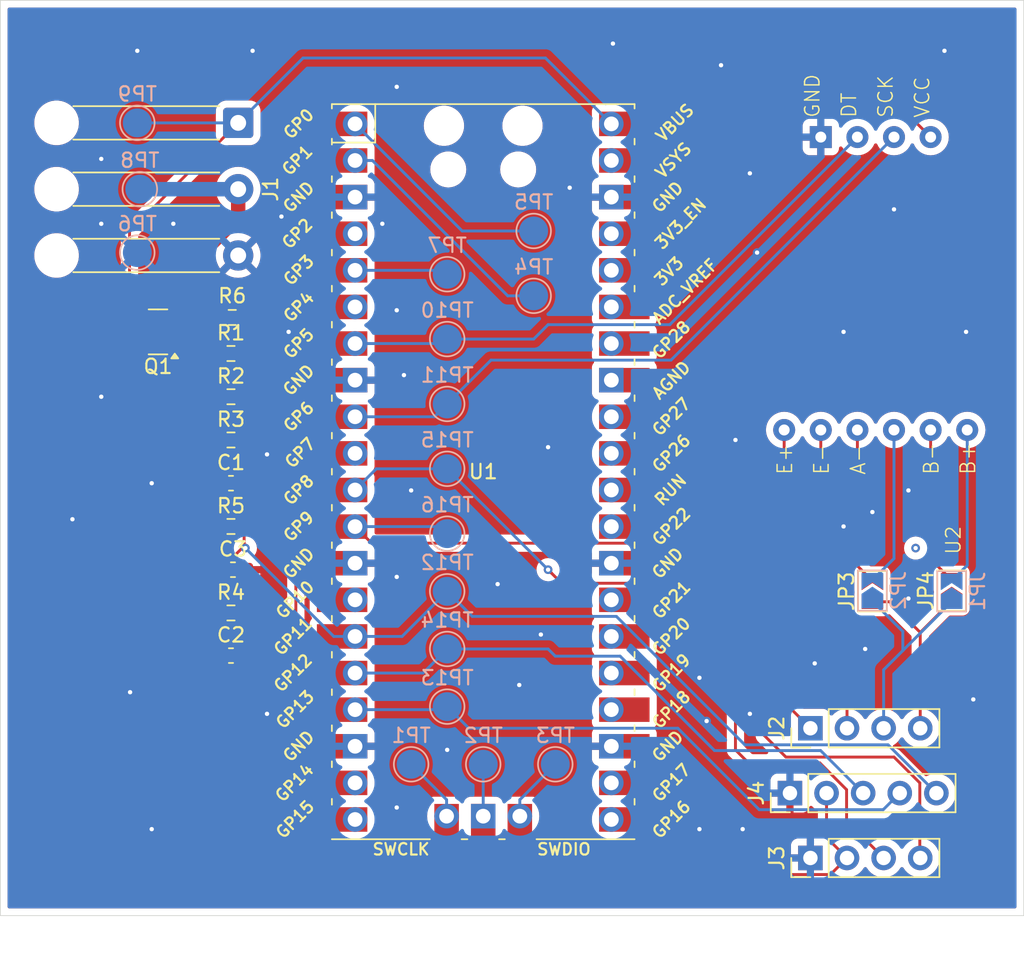
<source format=kicad_pcb>
(kicad_pcb (version 20240108) (generator "pcbnew") (generator_version "8.0")
  (layers (0 "F.Cu" signal) (31 "B.Cu" signal) (34 "B.Paste" user) (35 "F.Paste" user) (36 "B.SilkS" user "B.Silkscreen") (37 "F.SilkS" user "F.Silkscreen") (38 "B.Mask" user) (39 "F.Mask" user) (44 "Edge.Cuts" user))
  (net 0 "")
  (net 1 "GND")
  (net 2 "/Relay")
  (net 4 "Net-(J2-Pin_2)")
  (net 5 "Net-(J2-Pin_4)")
  (net 8 "/LCD_SCL")
  (net 9 "Net-(Q1-B)")
  (net 10 "Net-(U1-SWCLK)")
  (net 14 "Net-(TP2-Pad1)")
  (net 15 "/LCD_SDA")
  (net 26 "/encoder_a")
  (net 27 "Net-(U1-SWDIO)")
  (net 29 "/encoder_button")
  (net 30 "/encoder_b")
  (net 33 "/Relay_3.3")
  (net 37 "Net-(U1-GPIO1)")
  (net 38 "+5V")
  (net 39 "Net-(J2-Pin_1)")
  (net 40 "Net-(J2-Pin_3)")
  (net 41 "Net-(JP1-B)")
  (net 42 "Net-(JP2-B)")
  (net 43 "Net-(JP3-B)")
  (net 44 "Net-(JP4-B)")
  (net 45 "Net-(U1-GPIO0)")
  (net 46 "/HX{slash}11_DT")
  (net 47 "/HX711_SCK")
  (footprint "Capacitor_SMD:C_0603_1608Metric_Pad1.08x0.95mm_HandSolder" (layer "F.Cu") (at 91.6375 76)
    (property "Reference" "C3" (at 0 -1.43 0) (layer "F.SilkS"))
    (property "Value" "100n")
    (pad "1" smd roundrect (at -0.8625 0) (size 1.075 0.95) (layers "F.Cu" "F.Paste" "F.Mask") (net 29 "/encoder_button"))
    (pad "2" smd roundrect (at 0.8625 0) (size 1.075 0.95) (layers "F.Cu" "F.Paste" "F.Mask") (net 1 "GND"))
  )
  (footprint "Resistor_SMD:R_0603_1608Metric_Pad0.98x0.95mm_HandSolder" (layer "F.Cu") (at 91.5 67)
    (property "Reference" "R3" (at 0 -1.43 0) (layer "F.SilkS"))
    (property "Value" "3.3k")
    (pad "1" smd roundrect (at -0.9125 0) (size 0.975 0.95) (layers "F.Cu" "F.Paste" "F.Mask") (net 38 "+5V"))
    (pad "2" smd roundrect (at 0.9125 0) (size 0.975 0.95) (layers "F.Cu" "F.Paste" "F.Mask") (net 26 "/encoder_a"))
  )
  (footprint "Jumper:SolderJumper-2_P1.3mm_Open_TrianglePad1.0x1.5mm" (layer "F.Cu") (at 136 77.5 90)
    (property "Reference" "JP3" (at 0 -1.8 -90) (layer "F.SilkS"))
    (property "Value" "SolderJumper_2_Open")
    (pad "1" smd custom (at -0.725 0 90) (size 0.3 0.3) (layers "F.Cu" "F.Mask") (net 5 "Net-(J2-Pin_4)") (options (clearance outline) (anchor rect)) (primitives (gr_poly (pts (xy 1 0) (xy 0.5 0.75) (xy -0.5 0.75) (xy -0.5 -0.75) (xy 0.5 -0.75)) (width 0) (fill yes))))
    (pad "2" smd custom (at 0.725 0 90) (size 0.3 0.3) (layers "F.Cu" "F.Mask") (net 43 "Net-(JP3-B)") (options (clearance outline) (anchor rect)) (primitives (gr_poly (pts (xy 0.5 0.75) (xy -0.65 0.75) (xy -0.15 0) (xy -0.65 -0.75) (xy 0.5 -0.75)) (width 0) (fill yes))))
  )
  (footprint "Resistor_SMD:R_0603_1608Metric_Pad0.98x0.95mm_HandSolder" (layer "F.Cu") (at 91.5 61)
    (property "Reference" "R1" (at 0 -1.43 0) (layer "F.SilkS"))
    (property "Value" "3.3k" (hide yes))
    (pad "1" smd roundrect (at -0.9125 0) (size 0.975 0.95) (layers "F.Cu" "F.Paste" "F.Mask") (net 38 "+5V"))
    (pad "2" smd roundrect (at 0.9125 0) (size 0.975 0.95) (layers "F.Cu" "F.Paste" "F.Mask") (net 15 "/LCD_SDA"))
  )
  (footprint "MCU_RaspberryPi_and_Boards:RPi_Pico_SMD_TH" (layer "F.Cu") (at 109 69.2)
    (property "Reference" "U1" (at 0 0 0) (layer "F.SilkS"))
    (property "Value" "Pico")
    (fp_text user "GP0" (at -12.8 -24.13 45) (layer "F.SilkS") (effects (font (size 0.8 0.8))))
    (fp_text user "GP18" (at 13.054 16.51 45) (layer "F.SilkS") (effects (font (size 0.8 0.8))))
    (fp_text user "GND" (at -12.8 -19.05 45) (layer "F.SilkS") (effects (font (size 0.8 0.8))))
    (fp_text user "GP7" (at -12.7 -1.3 45) (layer "F.SilkS") (effects (font (size 0.8 0.8))))
    (fp_text user "GP17" (at 13.054 21.59 45) (layer "F.SilkS") (effects (font (size 0.8 0.8))))
    (fp_text user "GP19" (at 13.054 13.97 45) (layer "F.SilkS") (effects (font (size 0.8 0.8))))
    (fp_text user "GP26" (at 13.054 -1.27 45) (layer "F.SilkS") (effects (font (size 0.8 0.8))))
    (fp_text user "SWCLK" (at -5.7 26.2 0) (layer "F.SilkS") (effects (font (size 0.8 0.8))))
    (fp_text user "GND" (at -12.8 -6.35 45) (layer "F.SilkS") (effects (font (size 0.8 0.8))))
    (fp_text user "GND" (at 12.8 19.05 45) (layer "F.SilkS") (effects (font (size 0.8 0.8))))
    (fp_text user "GP21" (at 13.054 8.9 45) (layer "F.SilkS") (effects (font (size 0.8 0.8))))
    (fp_text user "GP6" (at -12.8 -3.81 45) (layer "F.SilkS") (effects (font (size 0.8 0.8))))
    (fp_text user "GND" (at 12.8 6.35 45) (layer "F.SilkS") (effects (font (size 0.8 0.8))))
    (fp_text user "GP20" (at 13.054 11.43 45) (layer "F.SilkS") (effects (font (size 0.8 0.8))))
    (fp_text user "GP5" (at -12.8 -8.89 45) (layer "F.SilkS") (effects (font (size 0.8 0.8))))
    (fp_text user "GP27" (at 13.054 -3.8 45) (layer "F.SilkS") (effects (font (size 0.8 0.8))))
    (fp_text user "GP9" (at -12.8 3.81 45) (layer "F.SilkS") (effects (font (size 0.8 0.8))))
    (fp_text user "GP10" (at -13.054 8.89 45) (layer "F.SilkS") (effects (font (size 0.8 0.8))))
    (fp_text user "GP28" (at 13.054 -9.144 45) (layer "F.SilkS") (effects (font (size 0.8 0.8))))
    (fp_text user "3V3_EN" (at 13.7 -17.2 45) (layer "F.SilkS") (effects (font (size 0.8 0.8))))
    (fp_text user "VSYS" (at 13.2 -21.59 45) (layer "F.SilkS") (effects (font (size 0.8 0.8))))
    (fp_text user "RUN" (at 13 1.27 45) (layer "F.SilkS") (effects (font (size 0.8 0.8))))
    (fp_text user "AGND" (at 13.054 -6.35 45) (layer "F.SilkS") (effects (font (size 0.8 0.8))))
    (fp_text user "GP11" (at -13.2 11.43 45) (layer "F.SilkS") (effects (font (size 0.8 0.8))))
    (fp_text user "GP8" (at -12.8 1.27 45) (layer "F.SilkS") (effects (font (size 0.8 0.8))))
    (fp_text user "GP15" (at -13.054 24.13 45) (layer "F.SilkS") (effects (font (size 0.8 0.8))))
    (fp_text user "ADC_VREF" (at 14 -12.5 45) (layer "F.SilkS") (effects (font (size 0.8 0.8))))
    (fp_text user "GP2" (at -12.9 -16.51 45) (layer "F.SilkS") (effects (font (size 0.8 0.8))))
    (fp_text user "GP4" (at -12.8 -11.43 45) (layer "F.SilkS") (effects (font (size 0.8 0.8))))
    (fp_text user "GND" (at -12.8 6.35 45) (layer "F.SilkS") (effects (font (size 0.8 0.8))))
    (fp_text user "GP3" (at -12.8 -13.97 45) (layer "F.SilkS") (effects (font (size 0.8 0.8))))
    (fp_text user "GP14" (at -13.1 21.59 45) (layer "F.SilkS") (effects (font (size 0.8 0.8))))
    (fp_text user "GND" (at -12.8 19.05 45) (layer "F.SilkS") (effects (font (size 0.8 0.8))))
    (fp_text user "SWDIO" (at 5.6 26.2 0) (layer "F.SilkS") (effects (font (size 0.8 0.8))))
    (fp_text user "GP22" (at 13.054 3.81 45) (layer "F.SilkS") (effects (font (size 0.8 0.8))))
    (fp_text user "GP13" (at -13.054 16.51 45) (layer "F.SilkS") (effects (font (size 0.8 0.8))))
    (fp_text user "GP16" (at 13.054 24.13 45) (layer "F.SilkS") (effects (font (size 0.8 0.8))))
    (fp_text user "GP1" (at -12.9 -21.6 45) (layer "F.SilkS") (effects (font (size 0.8 0.8))))
    (fp_text user "VBUS" (at 13.3 -24.2 45) (layer "F.SilkS") (effects (font (size 0.8 0.8))))
    (fp_text user "GP12" (at -13.2 13.97 45) (layer "F.SilkS") (effects (font (size 0.8 0.8))))
    (fp_text user "GND" (at 12.8 -19.05 45) (layer "F.SilkS") (effects (font (size 0.8 0.8))))
    (fp_text user "3V3" (at 12.9 -13.9 45) (layer "F.SilkS") (effects (font (size 0.8 0.8))))
    (pad "" np_thru_hole oval (at -2.725 -24) (size 1.8 1.8) (drill 1.8) (layers "*.Cu" "*.Mask"))
    (pad "" np_thru_hole oval (at -2.425 -20.97) (size 1.5 1.5) (drill 1.5) (layers "*.Cu" "*.Mask"))
    (pad "" np_thru_hole oval (at 2.425 -20.97) (size 1.5 1.5) (drill 1.5) (layers "*.Cu" "*.Mask"))
    (pad "" np_thru_hole oval (at 2.725 -24) (size 1.8 1.8) (drill 1.8) (layers "*.Cu" "*.Mask"))
    (pad "1" thru_hole oval (at -8.89 -24.13) (size 1.7 1.7) (drill 1.02) (layers "*.Cu" "*.Mask") (net 45 "Net-(U1-GPIO0)"))
    (pad "1" smd rect (at -8.89 -24.13) (size 3.5 1.7) (drill (offset -0.9 0)) (layers "F.Cu" "F.Mask") (net 45 "Net-(U1-GPIO0)"))
    (pad "2" thru_hole oval (at -8.89 -21.59) (size 1.7 1.7) (drill 1.02) (layers "*.Cu" "*.Mask") (net 37 "Net-(U1-GPIO1)"))
    (pad "2" smd rect (at -8.89 -21.59) (size 3.5 1.7) (drill (offset -0.9 0)) (layers "F.Cu" "F.Mask") (net 37 "Net-(U1-GPIO1)"))
    (pad "3" thru_hole rect (at -8.89 -19.05) (size 1.7 1.7) (drill 1.02) (layers "*.Cu" "*.Mask") (net 1 "GND"))
    (pad "3" smd rect (at -8.89 -19.05) (size 3.5 1.7) (drill (offset -0.9 0)) (layers "F.Cu" "F.Mask") (net 1 "GND"))
    (pad "4" thru_hole oval (at -8.89 -16.51) (size 1.7 1.7) (drill 1.02) (layers "*.Cu" "*.Mask"))
    (pad "4" smd rect (at -8.89 -16.51) (size 3.5 1.7) (drill (offset -0.9 0)) (layers "F.Cu" "F.Mask"))
    (pad "5" thru_hole oval (at -8.89 -13.97) (size 1.7 1.7) (drill 1.02) (layers "*.Cu" "*.Mask") (net 33 "/Relay_3.3"))
    (pad "5" smd rect (at -8.89 -13.97) (size 3.5 1.7) (drill (offset -0.9 0)) (layers "F.Cu" "F.Mask") (net 33 "/Relay_3.3"))
    (pad "6" thru_hole oval (at -8.89 -11.43) (size 1.7 1.7) (drill 1.02) (layers "*.Cu" "*.Mask"))
    (pad "6" smd rect (at -8.89 -11.43) (size 3.5 1.7) (drill (offset -0.9 0)) (layers "F.Cu" "F.Mask"))
    (pad "7" thru_hole oval (at -8.89 -8.89) (size 1.7 1.7) (drill 1.02) (layers "*.Cu" "*.Mask") (net 46 "/HX{slash}11_DT"))
    (pad "7" smd rect (at -8.89 -8.89) (size 3.5 1.7) (drill (offset -0.9 0)) (layers "F.Cu" "F.Mask") (net 46 "/HX{slash}11_DT"))
    (pad "8" thru_hole rect (at -8.89 -6.35) (size 1.7 1.7) (drill 1.02) (layers "*.Cu" "*.Mask") (net 1 "GND"))
    (pad "8" smd rect (at -8.89 -6.35) (size 3.5 1.7) (drill (offset -0.9 0)) (layers "F.Cu" "F.Mask") (net 1 "GND"))
    (pad "9" thru_hole oval (at -8.89 -3.81) (size 1.7 1.7) (drill 1.02) (layers "*.Cu" "*.Mask") (net 47 "/HX711_SCK"))
    (pad "9" smd rect (at -8.89 -3.81) (size 3.5 1.7) (drill (offset -0.9 0)) (layers "F.Cu" "F.Mask") (net 47 "/HX711_SCK"))
    (pad "10" thru_hole oval (at -8.89 -1.27) (size 1.7 1.7) (drill 1.02) (layers "*.Cu" "*.Mask"))
    (pad "10" smd rect (at -8.89 -1.27) (size 3.5 1.7) (drill (offset -0.9 0)) (layers "F.Cu" "F.Mask"))
    (pad "11" thru_hole oval (at -8.89 1.27) (size 1.7 1.7) (drill 1.02) (layers "*.Cu" "*.Mask") (net 15 "/LCD_SDA"))
    (pad "11" smd rect (at -8.89 1.27) (size 3.5 1.7) (drill (offset -0.9 0)) (layers "F.Cu" "F.Mask") (net 15 "/LCD_SDA"))
    (pad "12" thru_hole oval (at -8.89 3.81) (size 1.7 1.7) (drill 1.02) (layers "*.Cu" "*.Mask") (net 8 "/LCD_SCL"))
    (pad "12" smd rect (at -8.89 3.81) (size 3.5 1.7) (drill (offset -0.9 0)) (layers "F.Cu" "F.Mask") (net 8 "/LCD_SCL"))
    (pad "13" thru_hole rect (at -8.89 6.35) (size 1.7 1.7) (drill 1.02) (layers "*.Cu" "*.Mask") (net 1 "GND"))
    (pad "13" smd rect (at -8.89 6.35) (size 3.5 1.7) (drill (offset -0.9 0)) (layers "F.Cu" "F.Mask") (net 1 "GND"))
    (pad "14" thru_hole oval (at -8.89 8.89) (size 1.7 1.7) (drill 1.02) (layers "*.Cu" "*.Mask"))
    (pad "14" smd rect (at -8.89 8.89) (size 3.5 1.7) (drill (offset -0.9 0)) (layers "F.Cu" "F.Mask"))
    (pad "15" thru_hole oval (at -8.89 11.43) (size 1.7 1.7) (drill 1.02) (layers "*.Cu" "*.Mask") (net 29 "/encoder_button"))
    (pad "15" smd rect (at -8.89 11.43) (size 3.5 1.7) (drill (offset -0.9 0)) (layers "F.Cu" "F.Mask") (net 29 "/encoder_button"))
    (pad "16" thru_hole oval (at -8.89 13.97) (size 1.7 1.7) (drill 1.02) (layers "*.Cu" "*.Mask") (net 26 "/encoder_a"))
    (pad "16" smd rect (at -8.89 13.97) (size 3.5 1.7) (drill (offset -0.9 0)) (layers "F.Cu" "F.Mask") (net 26 "/encoder_a"))
    (pad "17" thru_hole oval (at -8.89 16.51) (size 1.7 1.7) (drill 1.02) (layers "*.Cu" "*.Mask") (net 30 "/encoder_b"))
    (pad "17" smd rect (at -8.89 16.51) (size 3.5 1.7) (drill (offset -0.9 0)) (layers "F.Cu" "F.Mask") (net 30 "/encoder_b"))
    (pad "18" thru_hole rect (at -8.89 19.05) (size 1.7 1.7) (drill 1.02) (layers "*.Cu" "*.Mask") (net 1 "GND"))
    (pad "18" smd rect (at -8.89 19.05) (size 3.5 1.7) (drill (offset -0.9 0)) (layers "F.Cu" "F.Mask") (net 1 "GND"))
    (pad "19" thru_hole oval (at -8.89 21.59) (size 1.7 1.7) (drill 1.02) (layers "*.Cu" "*.Mask"))
    (pad "19" smd rect (at -8.89 21.59) (size 3.5 1.7) (drill (offset -0.9 0)) (layers "F.Cu" "F.Mask"))
    (pad "20" thru_hole oval (at -8.89 24.13) (size 1.7 1.7) (drill 1.02) (layers "*.Cu" "*.Mask"))
    (pad "20" smd rect (at -8.89 24.13) (size 3.5 1.7) (drill (offset -0.9 0)) (layers "F.Cu" "F.Mask"))
    (pad "21" thru_hole oval (at 8.89 24.13) (size 1.7 1.7) (drill 1.02) (layers "*.Cu" "*.Mask"))
    (pad "21" smd rect (at 8.89 24.13) (size 3.5 1.7) (drill (offset 0.9 0)) (layers "F.Cu" "F.Mask"))
    (pad "22" thru_hole oval (at 8.89 21.59) (size 1.7 1.7) (drill 1.02) (layers "*.Cu" "*.Mask"))
    (pad "22" smd rect (at 8.89 21.59) (size 3.5 1.7) (drill (offset 0.9 0)) (layers "F.Cu" "F.Mask"))
    (pad "23" thru_hole rect (at 8.89 19.05) (size 1.7 1.7) (drill 1.02) (layers "*.Cu" "*.Mask") (net 1 "GND"))
    (pad "23" smd rect (at 8.89 19.05) (size 3.5 1.7) (drill (offset 0.9 0)) (layers "F.Cu" "F.Mask") (net 1 "GND"))
    (pad "24" thru_hole oval (at 8.89 16.51) (size 1.7 1.7) (drill 1.02) (layers "*.Cu" "*.Mask"))
    (pad "24" smd rect (at 8.89 16.51) (size 3.5 1.7) (drill (offset 0.9 0)) (layers "F.Cu" "F.Mask"))
    (pad "25" thru_hole oval (at 8.89 13.97) (size 1.7 1.7) (drill 1.02) (layers "*.Cu" "*.Mask"))
    (pad "25" smd rect (at 8.89 13.97) (size 3.5 1.7) (drill (offset 0.9 0)) (layers "F.Cu" "F.Mask"))
    (pad "26" thru_hole oval (at 8.89 11.43) (size 1.7 1.7) (drill 1.02) (layers "*.Cu" "*.Mask"))
    (pad "26" smd rect (at 8.89 11.43) (size 3.5 1.7) (drill (offset 0.9 0)) (layers "F.Cu" "F.Mask"))
    (pad "27" thru_hole oval (at 8.89 8.89) (size 1.7 1.7) (drill 1.02) (layers "*.Cu" "*.Mask"))
    (pad "27" smd rect (at 8.89 8.89) (size 3.5 1.7) (drill (offset 0.9 0)) (layers "F.Cu" "F.Mask"))
    (pad "28" thru_hole rect (at 8.89 6.35) (size 1.7 1.7) (drill 1.02) (layers "*.Cu" "*.Mask") (net 1 "GND"))
    (pad "28" smd rect (at 8.89 6.35) (size 3.5 1.7) (drill (offset 0.9 0)) (layers "F.Cu" "F.Mask") (net 1 "GND"))
    (pad "29" thru_hole oval (at 8.89 3.81) (size 1.7 1.7) (drill 1.02) (layers "*.Cu" "*.Mask"))
    (pad "29" smd rect (at 8.89 3.81) (size 3.5 1.7) (drill (offset 0.9 0)) (layers "F.Cu" "F.Mask"))
    (pad "30" thru_hole oval (at 8.89 1.27) (size 1.7 1.7) (drill 1.02) (layers "*.Cu" "*.Mask"))
    (pad "30" smd rect (at 8.89 1.27) (size 3.5 1.7) (drill (offset 0.9 0)) (layers "F.Cu" "F.Mask"))
    (pad "31" thru_hole oval (at 8.89 -1.27) (size 1.7 1.7) (drill 1.02) (layers "*.Cu" "*.Mask"))
    (pad "31" smd rect (at 8.89 -1.27) (size 3.5 1.7) (drill (offset 0.9 0)) (layers "F.Cu" "F.Mask"))
    (pad "32" thru_hole oval (at 8.89 -3.81) (size 1.7 1.7) (drill 1.02) (layers "*.Cu" "*.Mask"))
    (pad "32" smd rect (at 8.89 -3.81) (size 3.5 1.7) (drill (offset 0.9 0)) (layers "F.Cu" "F.Mask"))
    (pad "33" thru_hole rect (at 8.89 -6.35) (size 1.7 1.7) (drill 1.02) (layers "*.Cu" "*.Mask"))
    (pad "33" smd rect (at 8.89 -6.35) (size 3.5 1.7) (drill (offset 0.9 0)) (layers "F.Cu" "F.Mask"))
    (pad "34" thru_hole oval (at 8.89 -8.89) (size 1.7 1.7) (drill 1.02) (layers "*.Cu" "*.Mask"))
    (pad "34" smd rect (at 8.89 -8.89) (size 3.5 1.7) (drill (offset 0.9 0)) (layers "F.Cu" "F.Mask"))
    (pad "35" thru_hole oval (at 8.89 -11.43) (size 1.7 1.7) (drill 1.02) (layers "*.Cu" "*.Mask"))
    (pad "35" smd rect (at 8.89 -11.43) (size 3.5 1.7) (drill (offset 0.9 0)) (layers "F.Cu" "F.Mask"))
    (pad "36" thru_hole oval (at 8.89 -13.97) (size 1.7 1.7) (drill 1.02) (layers "*.Cu" "*.Mask"))
    (pad "36" smd rect (at 8.89 -13.97) (size 3.5 1.7) (drill (offset 0.9 0)) (layers "F.Cu" "F.Mask"))
    (pad "37" thru_hole oval (at 8.89 -16.51) (size 1.7 1.7) (drill 1.02) (layers "*.Cu" "*.Mask"))
    (pad "37" smd rect (at 8.89 -16.51) (size 3.5 1.7) (drill (offset 0.9 0)) (layers "F.Cu" "F.Mask"))
    (pad "38" thru_hole rect (at 8.89 -19.05) (size 1.7 1.7) (drill 1.02) (layers "*.Cu" "*.Mask") (net 1 "GND"))
    (pad "38" smd rect (at 8.89 -19.05) (size 3.5 1.7) (drill (offset 0.9 0)) (layers "F.Cu" "F.Mask") (net 1 "GND"))
    (pad "39" thru_hole oval (at 8.89 -21.59) (size 1.7 1.7) (drill 1.02) (layers "*.Cu" "*.Mask"))
    (pad "39" smd rect (at 8.89 -21.59) (size 3.5 1.7) (drill (offset 0.9 0)) (layers "F.Cu" "F.Mask"))
    (pad "40" thru_hole oval (at 8.89 -24.13) (size 1.7 1.7) (drill 1.02) (layers "*.Cu" "*.Mask") (net 38 "+5V"))
    (pad "40" smd rect (at 8.89 -24.13) (size 3.5 1.7) (drill (offset 0.9 0)) (layers "F.Cu" "F.Mask") (net 38 "+5V"))
    (pad "41" thru_hole oval (at -2.54 23.9) (size 1.7 1.7) (drill 1.02) (layers "*.Cu" "*.Mask") (net 10 "Net-(U1-SWCLK)"))
    (pad "41" smd rect (at -2.54 23.9 90) (size 3.5 1.7) (drill (offset -0.9 0)) (layers "F.Cu" "F.Mask") (net 10 "Net-(U1-SWCLK)"))
    (pad "42" thru_hole rect (at 0 23.9) (size 1.7 1.7) (drill 1.02) (layers "*.Cu" "*.Mask") (net 14 "Net-(TP2-Pad1)"))
    (pad "42" smd rect (at 0 23.9 90) (size 3.5 1.7) (drill (offset -0.9 0)) (layers "F.Cu" "F.Mask") (net 14 "Net-(TP2-Pad1)"))
    (pad "43" thru_hole oval (at 2.54 23.9) (size 1.7 1.7) (drill 1.02) (layers "*.Cu" "*.Mask") (net 27 "Net-(U1-SWDIO)"))
    (pad "43" smd rect (at 2.54 23.9 90) (size 3.5 1.7) (drill (offset -0.9 0)) (layers "F.Cu" "F.Mask") (net 27 "Net-(U1-SWDIO)"))
  )
  (footprint "Resistor_SMD:R_0603_1608Metric_Pad0.98x0.95mm_HandSolder" (layer "F.Cu") (at 91.5 79)
    (property "Reference" "R4" (at 0 -1.43 0) (layer "F.SilkS"))
    (property "Value" "3.3k")
    (pad "1" smd roundrect (at -0.9125 0) (size 0.975 0.95) (layers "F.Cu" "F.Paste" "F.Mask") (net 38 "+5V"))
    (pad "2" smd roundrect (at 0.9125 0) (size 0.975 0.95) (layers "F.Cu" "F.Paste" "F.Mask") (net 30 "/encoder_b"))
  )
  (footprint "Connector_Wire:SolderWire-0.5sqmm_1x03_P4.6mm_D0.9mm_OD2.1mm_Relief" (layer "F.Cu") (at 92 45 -90)
    (property "Reference" "J1" (at 4.6 -2.25 90) (layer "F.SilkS"))
    (property "Value" "Conn_01x03_Pin")
    (pad "" np_thru_hole circle (at 0 12.6 270) (size 2.6 2.6) (drill 2.6) (layers "*.Cu" "*.Mask"))
    (pad "" np_thru_hole circle (at 4.6 12.6 270) (size 2.6 2.6) (drill 2.6) (layers "*.Cu" "*.Mask"))
    (pad "" np_thru_hole circle (at 9.2 12.6 270) (size 2.6 2.6) (drill 2.6) (layers "*.Cu" "*.Mask"))
    (pad "1" thru_hole roundrect (at 0 0 270) (size 2.1 2.1) (drill 1.1) (layers "*.Cu" "*.Mask") (roundrect_rratio 0.119048) (net 38 "+5V"))
    (pad "2" thru_hole circle (at 4.6 0 270) (size 2.1 2.1) (drill 1.1) (layers "*.Cu" "*.Mask") (net 2 "/Relay"))
    (pad "3" thru_hole circle (at 9.2 0 270) (size 2.1 2.1) (drill 1.1) (layers "*.Cu" "*.Mask") (net 1 "GND"))
  )
  (footprint "Resistor_SMD:R_0603_1608Metric_Pad0.98x0.95mm_HandSolder" (layer "F.Cu") (at 91.5 64)
    (property "Reference" "R2" (at 0 -1.43 0) (layer "F.SilkS"))
    (property "Value" "3.3k")
    (pad "1" smd roundrect (at -0.9125 0) (size 0.975 0.95) (layers "F.Cu" "F.Paste" "F.Mask") (net 38 "+5V"))
    (pad "2" smd roundrect (at 0.9125 0) (size 0.975 0.95) (layers "F.Cu" "F.Paste" "F.Mask") (net 8 "/LCD_SCL"))
  )
  (footprint "Capacitor_SMD:C_0603_1608Metric_Pad1.08x0.95mm_HandSolder" (layer "F.Cu") (at 91.5 70)
    (property "Reference" "C1" (at 0 -1.43 0) (layer "F.SilkS"))
    (property "Value" "100n")
    (pad "1" smd roundrect (at -0.8625 0) (size 1.075 0.95) (layers "F.Cu" "F.Paste" "F.Mask") (net 26 "/encoder_a"))
    (pad "2" smd roundrect (at 0.8625 0) (size 1.075 0.95) (layers "F.Cu" "F.Paste" "F.Mask") (net 1 "GND"))
  )
  (footprint "Resistor_SMD:R_0603_1608Metric_Pad0.98x0.95mm_HandSolder" (layer "F.Cu") (at 91.5 73)
    (property "Reference" "R5" (at 0 -1.43 0) (layer "F.SilkS"))
    (property "Value" "3.3k")
    (pad "1" smd roundrect (at -0.9125 0) (size 0.975 0.95) (layers "F.Cu" "F.Paste" "F.Mask") (net 38 "+5V"))
    (pad "2" smd roundrect (at 0.9125 0) (size 0.975 0.95) (layers "F.Cu" "F.Paste" "F.Mask") (net 29 "/encoder_button"))
  )
  (footprint "Connector_PinHeader_2.54mm:PinHeader_1x04_P2.54mm_Vertical" (layer "F.Cu") (at 131.7 96 90)
    (property "Reference" "J3" (at 0 -2.33 270) (layer "F.SilkS"))
    (property "Value" "Conn_01x04_Socket")
    (pad "1" thru_hole rect (at 0 0 90) (size 1.7 1.7) (drill 1) (layers "*.Cu" "*.Mask") (net 1 "GND"))
    (pad "2" thru_hole oval (at 0 2.54 90) (size 1.7 1.7) (drill 1) (layers "*.Cu" "*.Mask") (net 38 "+5V"))
    (pad "3" thru_hole oval (at 0 5.08 90) (size 1.7 1.7) (drill 1) (layers "*.Cu" "*.Mask") (net 15 "/LCD_SDA"))
    (pad "4" thru_hole oval (at 0 7.62 90) (size 1.7 1.7) (drill 1) (layers "*.Cu" "*.Mask") (net 8 "/LCD_SCL"))
  )
  (footprint "Capacitor_SMD:C_0603_1608Metric_Pad1.08x0.95mm_HandSolder" (layer "F.Cu") (at 91.5 81.96)
    (property "Reference" "C2" (at 0 -1.43 0) (layer "F.SilkS"))
    (property "Value" "100n")
    (pad "1" smd roundrect (at -0.8625 0) (size 1.075 0.95) (layers "F.Cu" "F.Paste" "F.Mask") (net 30 "/encoder_b"))
    (pad "2" smd roundrect (at 0.8625 0) (size 1.075 0.95) (layers "F.Cu" "F.Paste" "F.Mask") (net 1 "GND"))
  )
  (footprint "Connector_PinHeader_2.54mm:PinHeader_1x04_P2.54mm_Vertical" (layer "F.Cu") (at 131.7 87 90)
    (property "Reference" "J2" (at 0 -2.33 -90) (layer "F.SilkS"))
    (property "Value" "Conn_01x04_Pin")
    (pad "1" thru_hole rect (at 0 0 90) (size 1.7 1.7) (drill 1) (layers "*.Cu" "*.Mask") (net 39 "Net-(J2-Pin_1)"))
    (pad "2" thru_hole oval (at 0 2.54 90) (size 1.7 1.7) (drill 1) (layers "*.Cu" "*.Mask") (net 4 "Net-(J2-Pin_2)"))
    (pad "3" thru_hole oval (at 0 5.08 90) (size 1.7 1.7) (drill 1) (layers "*.Cu" "*.Mask") (net 40 "Net-(J2-Pin_3)"))
    (pad "4" thru_hole oval (at 0 7.62 90) (size 1.7 1.7) (drill 1) (layers "*.Cu" "*.Mask") (net 5 "Net-(J2-Pin_4)"))
  )
  (footprint "Resistor_SMD:R_0603_1608Metric_Pad0.98x0.95mm_HandSolder" (layer "F.Cu") (at 91.5875 58.5 180)
    (property "Reference" "R6" (at 0 1.5 180) (layer "F.SilkS"))
    (property "Value" "3.3k")
    (pad "1" smd roundrect (at -0.9125 0 180) (size 0.975 0.95) (layers "F.Cu" "F.Paste" "F.Mask") (net 33 "/Relay_3.3"))
    (pad "2" smd roundrect (at 0.9125 0 180) (size 0.975 0.95) (layers "F.Cu" "F.Paste" "F.Mask") (net 9 "Net-(Q1-B)"))
  )
  (footprint "Jumper:SolderJumper-2_P1.3mm_Open_TrianglePad1.0x1.5mm" (layer "F.Cu") (at 141.5 77.45 90)
    (property "Reference" "JP4" (at 0 -1.8 -90) (layer "F.SilkS"))
    (property "Value" "SolderJumper_2_Open")
    (pad "1" smd custom (at -0.725 0 90) (size 0.3 0.3) (layers "F.Cu" "F.Mask") (net 5 "Net-(J2-Pin_4)") (options (clearance outline) (anchor rect)) (primitives (gr_poly (pts (xy 1 0) (xy 0.5 0.75) (xy -0.5 0.75) (xy -0.5 -0.75) (xy 0.5 -0.75)) (width 0) (fill yes))))
    (pad "2" smd custom (at 0.725 0 90) (size 0.3 0.3) (layers "F.Cu" "F.Mask") (net 44 "Net-(JP4-B)") (options (clearance outline) (anchor rect)) (primitives (gr_poly (pts (xy 0.5 0.75) (xy -0.65 0.75) (xy -0.15 0) (xy -0.65 -0.75) (xy 0.5 -0.75)) (width 0) (fill yes))))
  )
  (footprint "Package_TO_SOT_SMD:SOT-23" (layer "F.Cu") (at 86.4375 59.5 180)
    (property "Reference" "Q1" (at 0 -2.4 180) (layer "F.SilkS"))
    (property "Value" "BC807")
    (pad "1" smd roundrect (at -0.9375 -0.95 180) (size 1.475 0.6) (layers "F.Cu" "F.Paste" "F.Mask") (net 9 "Net-(Q1-B)"))
    (pad "2" smd roundrect (at -0.9375 0.95 180) (size 1.475 0.6) (layers "F.Cu" "F.Paste" "F.Mask") (net 38 "+5V"))
    (pad "3" smd roundrect (at 0.9375 0 180) (size 1.475 0.6) (layers "F.Cu" "F.Paste" "F.Mask") (net 2 "/Relay"))
  )
  (footprint "Connector_PinHeader_2.54mm:PinHeader_1x05_P2.54mm_Vertical" (layer "F.Cu") (at 130.28 91.5 90)
    (property "Reference" "J4" (at 0 -2.33 270) (layer "F.SilkS"))
    (property "Value" "Conn_01x05_Socket")
    (pad "1" thru_hole rect (at 0 0 90) (size 1.7 1.7) (drill 1) (layers "*.Cu" "*.Mask") (net 1 "GND"))
    (pad "2" thru_hole oval (at 0 2.54 90) (size 1.7 1.7) (drill 1) (layers "*.Cu" "*.Mask") (net 38 "+5V"))
    (pad "3" thru_hole oval (at 0 5.08 90) (size 1.7 1.7) (drill 1) (layers "*.Cu" "*.Mask") (net 26 "/encoder_a"))
    (pad "4" thru_hole oval (at 0 7.62 90) (size 1.7 1.7) (drill 1) (layers "*.Cu" "*.Mask") (net 30 "/encoder_b"))
    (pad "5" thru_hole oval (at 0 10.16 90) (size 1.7 1.7) (drill 1) (layers "*.Cu" "*.Mask") (net 29 "/encoder_button"))
  )
  (footprint "EigeneFootprints:hx711_module" (layer "F.Cu") (at 145.12 73.926 90)
    (property "Reference" "U2" (at -0.025 -3.5 90) (layer "F.SilkS") (effects (font (thickness 0.1))))
    (property "Value" "HX711")
    (fp_text user "E-" (at 4.445 -12.065 90) (layer "F.SilkS") (effects (font (thickness 0.1)) (justify left bottom)))
    (fp_text user "DT" (at 29.21 -10.16 90) (layer "F.SilkS") (effects (font (thickness 0.1)) (justify left bottom)))
    (fp_text user "B+" (at 4.445 -1.905 90) (layer "F.SilkS") (effects (font (thickness 0.1)) (justify left bottom)))
    (fp_text user "SCK" (at 29.21 -7.62 90) (layer "F.SilkS") (effects (font (thickness 0.1)) (justify left bottom)))
    (fp_text user "A-" (at 4.445 -9.525 90) (layer "F.SilkS") (effects (font (thickness 0.1)) (justify left bottom)))
    (fp_text user "B-" (at 4.445 -4.445 90) (layer "F.SilkS") (effects (font (thickness 0.1)) (justify left bottom)))
    (fp_text user "VCC" (at 29.21 -5.08 90) (layer "F.SilkS") (effects (font (thickness 0.1)) (justify left bottom)))
    (fp_text user "GND" (at 29.21 -12.7 90) (layer "F.SilkS") (effects (font (thickness 0.1)) (justify left bottom)))
    (fp_text user "E+" (at 4.445 -14.605 90) (layer "F.SilkS") (effects (font (thickness 0.1)) (justify left bottom)))
    (pad "A+" thru_hole circle (at 7.62 -7.62 90) (size 1.524 1.524) (drill 0.762) (layers "*.Cu" "*.Mask") (net 42 "Net-(JP2-B)"))
    (pad "A-" thru_hole circle (at 7.62 -10.16 90) (size 1.524 1.524) (drill 0.762) (layers "*.Cu" "*.Mask") (net 43 "Net-(JP3-B)"))
    (pad "B+" thru_hole circle (at 7.62 -2.54 90) (size 1.524 1.524) (drill 0.762) (layers "*.Cu" "*.Mask") (net 41 "Net-(JP1-B)"))
    (pad "B-" thru_hole circle (at 7.62 -5.08 90) (size 1.524 1.524) (drill 0.762) (layers "*.Cu" "*.Mask") (net 44 "Net-(JP4-B)"))
    (pad "DT" thru_hole circle (at 27.94 -10.16 90) (size 1.524 1.524) (drill 0.762) (layers "*.Cu" "*.Mask") (net 46 "/HX{slash}11_DT"))
    (pad "E+" thru_hole circle (at 7.62 -15.24 90) (size 1.524 1.524) (drill 0.762) (layers "*.Cu" "*.Mask" "B.Adhes") (net 39 "Net-(J2-Pin_1)"))
    (pad "E-_GND_A" thru_hole circle (at 7.62 -12.7 90) (size 1.524 1.524) (drill 0.762) (layers "*.Cu" "*.Mask") (net 4 "Net-(J2-Pin_2)"))
    (pad "GND_D" thru_hole rect (at 27.94 -12.7 90) (size 1.524 1.524) (drill 0.762) (layers "*.Cu" "*.Mask") (net 1 "GND"))
    (pad "SCK" thru_hole circle (at 27.94 -7.62 90) (size 1.524 1.524) (drill 0.762) (layers "*.Cu" "*.Mask") (net 47 "/HX711_SCK"))
    (pad "VCC" thru_hole circle (at 27.94 -5.08 90) (size 1.524 1.524) (drill 0.762) (layers "*.Cu" "*.Mask") (net 38 "+5V"))
  )
  (footprint "TestPoint:TestPoint_Pad_D2.0mm" (layer "B.Cu") (at 106.5 77.5 180)
    (property "Reference" "TP12" (at 0 1.998 180) (layer "B.SilkS") (effects (justify mirror)))
    (property "Value" "TestPoint")
    (pad "1" smd circle (at 0 0 180) (size 2 2) (layers "B.Cu" "B.Mask") (net 29 "/encoder_button"))
  )
  (footprint "TestPoint:TestPoint_Pad_D2.0mm" (layer "B.Cu") (at 85 54 180)
    (property "Reference" "TP6" (at 0 1.998 180) (layer "B.SilkS") (effects (justify mirror)))
    (property "Value" "TestPoint")
    (pad "1" smd circle (at 0 0 180) (size 2 2) (layers "B.Cu" "B.Mask") (net 1 "GND"))
  )
  (footprint "TestPoint:TestPoint_Pad_D2.0mm" (layer "B.Cu") (at 85.175 49.6 180)
    (property "Reference" "TP8" (at 0 1.998 180) (layer "B.SilkS") (effects (justify mirror)))
    (property "Value" "TestPoint")
    (pad "1" smd circle (at 0 0 180) (size 2 2) (layers "B.Cu" "B.Mask") (net 2 "/Relay"))
  )
  (footprint "TestPoint:TestPoint_Pad_D2.0mm" (layer "B.Cu") (at 106.5 64.5 180)
    (property "Reference" "TP11" (at 0 1.998 180) (layer "B.SilkS") (effects (justify mirror)))
    (property "Value" "TestPoint")
    (pad "1" smd circle (at 0 0 180) (size 2 2) (layers "B.Cu" "B.Mask") (net 47 "/HX711_SCK"))
  )
  (footprint "TestPoint:TestPoint_Pad_D2.0mm" (layer "B.Cu") (at 85 45 180)
    (property "Reference" "TP9" (at 0 1.998 180) (layer "B.SilkS") (effects (justify mirror)))
    (property "Value" "TestPoint")
    (pad "1" smd circle (at 0 0 180) (size 2 2) (layers "B.Cu" "B.Mask") (net 38 "+5V"))
  )
  (footprint "TestPoint:TestPoint_Pad_D2.0mm" (layer "B.Cu") (at 104 89.5 180)
    (property "Reference" "TP1" (at 0 1.998 180) (layer "B.SilkS") (effects (justify mirror)))
    (property "Value" "TestPoint")
    (pad "1" smd circle (at 0 0 180) (size 2 2) (layers "B.Cu" "B.Mask") (net 10 "Net-(U1-SWCLK)"))
  )
  (footprint "TestPoint:TestPoint_Pad_D2.0mm" (layer "B.Cu") (at 106.5 85.5 180)
    (property "Reference" "TP13" (at 0 1.998 180) (layer "B.SilkS") (effects (justify mirror)))
    (property "Value" "TestPoint")
    (pad "1" smd circle (at 0 0 180) (size 2 2) (layers "B.Cu" "B.Mask") (net 30 "/encoder_b"))
  )
  (footprint "TestPoint:TestPoint_Pad_D2.0mm" (layer "B.Cu") (at 106.5 55.5 180)
    (property "Reference" "TP7" (at 0 1.998 180) (layer "B.SilkS") (effects (justify mirror)))
    (property "Value" "TestPoint")
    (pad "1" smd circle (at 0 0 180) (size 2 2) (layers "B.Cu" "B.Mask") (net 33 "/Relay_3.3"))
  )
  (footprint "TestPoint:TestPoint_Pad_D2.0mm" (layer "B.Cu") (at 106.5 60 180)
    (property "Reference" "TP10" (at 0 1.998 180) (layer "B.SilkS") (effects (justify mirror)))
    (property "Value" "TestPoint")
    (pad "1" smd circle (at 0 0 180) (size 2 2) (layers "B.Cu" "B.Mask") (net 46 "/HX{slash}11_DT"))
  )
  (footprint "TestPoint:TestPoint_Pad_D2.0mm" (layer "B.Cu") (at 109 89.5 180)
    (property "Reference" "TP2" (at 0 1.998 180) (layer "B.SilkS") (effects (justify mirror)))
    (property "Value" "TestPoint")
    (pad "1" smd circle (at 0 0 180) (size 2 2) (layers "B.Cu" "B.Mask") (net 14 "Net-(TP2-Pad1)"))
  )
  (footprint "TestPoint:TestPoint_Pad_D2.0mm" (layer "B.Cu") (at 112.5 57 180)
    (property "Reference" "TP4" (at 0 1.998 180) (layer "B.SilkS") (effects (justify mirror)))
    (property "Value" "TestPoint")
    (pad "1" smd circle (at 0 0 180) (size 2 2) (layers "B.Cu" "B.Mask") (net 37 "Net-(U1-GPIO1)"))
  )
  (footprint "TestPoint:TestPoint_Pad_D2.0mm" (layer "B.Cu") (at 114 89.5 180)
    (property "Reference" "TP3" (at 0 1.998 180) (layer "B.SilkS") (effects (justify mirror)))
    (property "Value" "TestPoint")
    (pad "1" smd circle (at 0 0 180) (size 2 2) (layers "B.Cu" "B.Mask") (net 27 "Net-(U1-SWDIO)"))
  )
  (footprint "TestPoint:TestPoint_Pad_D2.0mm" (layer "B.Cu") (at 106.5 73.5 180)
    (property "Reference" "TP16" (at 0 1.998 180) (layer "B.SilkS") (effects (justify mirror)))
    (property "Value" "TestPoint")
    (pad "1" smd circle (at 0 0 180) (size 2 2) (layers "B.Cu" "B.Mask") (net 8 "/LCD_SCL"))
  )
  (footprint "TestPoint:TestPoint_Pad_D2.0mm" (layer "B.Cu") (at 106.5 69 180)
    (property "Reference" "TP15" (at 0 1.998 180) (layer "B.SilkS") (effects (justify mirror)))
    (property "Value" "TestPoint")
    (pad "1" smd circle (at 0 0 180) (size 2 2) (layers "B.Cu" "B.Mask") (net 15 "/LCD_SDA"))
  )
  (footprint "Jumper:SolderJumper-2_P1.3mm_Open_TrianglePad1.0x1.5mm" (layer "B.Cu") (at 141.5 77.5 90)
    (property "Reference" "JP1" (at 0 1.8 270) (layer "B.SilkS") (effects (justify mirror)))
    (property "Value" "SolderJumper_2_Open")
    (pad "1" smd custom (at -0.725 0 90) (size 0.3 0.3) (layers "B.Cu" "B.Mask") (net 40 "Net-(J2-Pin_3)") (options (clearance outline) (anchor rect)) (primitives (gr_poly (pts (xy 1 0) (xy 0.5 -0.75) (xy -0.5 -0.75) (xy -0.5 0.75) (xy 0.5 0.75)) (width 0) (fill yes))))
    (pad "2" smd custom (at 0.725 0 90) (size 0.3 0.3) (layers "B.Cu" "B.Mask") (net 41 "Net-(JP1-B)") (options (clearance outline) (anchor rect)) (primitives (gr_poly (pts (xy 0.5 -0.75) (xy -0.65 -0.75) (xy -0.15 0) (xy -0.65 0.75) (xy 0.5 0.75)) (width 0) (fill yes))))
  )
  (footprint "TestPoint:TestPoint_Pad_D2.0mm" (layer "B.Cu") (at 112.5 52.5 180)
    (property "Reference" "TP5" (at 0 1.998 180) (layer "B.SilkS") (effects (justify mirror)))
    (property "Value" "TestPoint")
    (pad "1" smd circle (at 0 0 180) (size 2 2) (layers "B.Cu" "B.Mask") (net 45 "Net-(U1-GPIO0)"))
  )
  (footprint "TestPoint:TestPoint_Pad_D2.0mm" (layer "B.Cu") (at 106.5 81.5 180)
    (property "Reference" "TP14" (at 0 1.998 180) (layer "B.SilkS") (effects (justify mirror)))
    (property "Value" "TestPoint")
    (pad "1" smd circle (at 0 0 180) (size 2 2) (layers "B.Cu" "B.Mask") (net 26 "/encoder_a"))
  )
  (footprint "Jumper:SolderJumper-2_P1.3mm_Open_TrianglePad1.0x1.5mm" (layer "B.Cu") (at 136 77.45 90)
    (property "Reference" "JP2" (at 0 1.8 270) (layer "B.SilkS") (effects (justify mirror)))
    (property "Value" "SolderJumper_2_Open")
    (pad "1" smd custom (at -0.725 0 90) (size 0.3 0.3) (layers "B.Cu" "B.Mask") (net 40 "Net-(J2-Pin_3)") (options (clearance outline) (anchor rect)) (primitives (gr_poly (pts (xy 1 0) (xy 0.5 -0.75) (xy -0.5 -0.75) (xy -0.5 0.75) (xy 0.5 0.75)) (width 0) (fill yes))))
    (pad "2" smd custom (at 0.725 0 90) (size 0.3 0.3) (layers "B.Cu" "B.Mask") (net 42 "Net-(JP2-B)") (options (clearance outline) (anchor rect)) (primitives (gr_poly (pts (xy 0.5 -0.75) (xy -0.65 -0.75) (xy -0.15 0) (xy -0.65 0.75) (xy 0.5 0.75)) (width 0) (fill yes))))
  )
  (gr_rect (start 75.5 36.5) (end 146.5 100) (stroke (width 0.05)) (fill none) (layer "Edge.Cuts"))
  (via (at 139 74.5) (size 0.6) (drill 0.3) (layers "F.Cu" "B.Cu") (net 0))
  (via (at 110 77) (size 0.6) (drill 0.3) (layers "F.Cu" "B.Cu") (net 1))
  (via (at 85 40) (size 0.6) (drill 0.3) (layers "F.Cu" "B.Cu") (net 1))
  (via (at 134 73) (size 0.6) (drill 0.3) (layers "F.Cu" "B.Cu") (net 1))
  (via (at 124 83.5) (size 0.6) (drill 0.3) (layers "F.Cu" "B.Cu") (net 1))
  (via (at 102 52) (size 0.6) (drill 0.3) (layers "F.Cu" "B.Cu") (net 1))
  (via (at 135.5 81.5) (size 0.6) (drill 0.3) (layers "F.Cu" "B.Cu") (net 1))
  (via (at 94 86) (size 0.6) (drill 0.3) (layers "F.Cu" "B.Cu") (net 1))
  (via (at 95 51.5) (size 0.6) (drill 0.3) (layers "F.Cu" "B.Cu") (net 1))
  (via (at 143 85) (size 0.6) (drill 0.3) (layers "F.Cu" "B.Cu") (net 1))
  (via (at 93 40) (size 0.6) (drill 0.3) (layers "F.Cu" "B.Cu") (net 1))
  (via (at 80.5 72.5) (size 0.6) (drill 0.3) (layers "F.Cu" "B.Cu") (net 1))
  (via (at 124.5 86.5) (size 0.6) (drill 0.3) (layers "F.Cu" "B.Cu") (net 1))
  (via (at 118 39.5) (size 0.6) (drill 0.3) (layers "F.Cu" "B.Cu") (net 1))
  (via (at 86 70) (size 0.6) (drill 0.3) (layers "F.Cu" "B.Cu") (net 1))
  (via (at 111.5 84) (size 0.6) (drill 0.3) (layers "F.Cu" "B.Cu") (net 1))
  (via (at 103 92.5) (size 0.6) (drill 0.3) (layers "F.Cu" "B.Cu") (net 1))
  (via (at 127.5 48.5) (size 0.6) (drill 0.3) (layers "F.Cu" "B.Cu") (net 1))
  (via (at 126.5 67) (size 0.6) (drill 0.3) (layers "F.Cu" "B.Cu") (net 1))
  (via (at 127 94) (size 0.6) (drill 0.3) (layers "F.Cu" "B.Cu") (net 1))
  (via (at 128 54) (size 0.6) (drill 0.3) (layers "F.Cu" "B.Cu") (net 1))
  (via (at 82.5 52) (size 0.6) (drill 0.3) (layers "F.Cu" "B.Cu") (net 1))
  (via (at 138.5 70.5) (size 0.6) (drill 0.3) (layers "F.Cu" "B.Cu") (net 1))
  (via (at 138.5 78) (size 0.6) (drill 0.3) (layers "F.Cu" "B.Cu") (net 1))
  (via (at 104 70.5) (size 0.6) (drill 0.3) (layers "F.Cu" "B.Cu") (net 1))
  (via (at 134 59.5) (size 0.6) (drill 0.3) (layers "F.Cu" "B.Cu") (net 1))
  (via (at 113 80.5) (size 0.6) (drill 0.3) (layers "F.Cu" "B.Cu") (net 1))
  (via (at 113.5 67.5) (size 0.6) (drill 0.3) (layers "F.Cu" "B.Cu") (net 1))
  (via (at 127.5 86) (size 0.6) (drill 0.3) (layers "F.Cu" "B.Cu") (net 1))
  (via (at 82.5 64) (size 0.6) (drill 0.3) (layers "F.Cu" "B.Cu") (net 1))
  (via (at 136 72) (size 0.6) (drill 0.3) (layers "F.Cu" "B.Cu") (net 1))
  (via (at 106.5 88.5) (size 0.6) (drill 0.3) (layers "F.Cu" "B.Cu") (net 1))
  (via (at 124 94) (size 0.6) (drill 0.3) (layers "F.Cu" "B.Cu") (net 1))
  (via (at 103 76.5) (size 0.6) (drill 0.3) (layers "F.Cu" "B.Cu") (net 1))
  (via (at 86 94) (size 0.6) (drill 0.3) (layers "F.Cu" "B.Cu") (net 1))
  (via (at 84.5 84.5) (size 0.6) (drill 0.3) (layers "F.Cu" "B.Cu") (net 1))
  (via (at 115 49.5) (size 0.6) (drill 0.3) (layers "F.Cu" "B.Cu") (net 1))
  (via (at 132 82.5) (size 0.6) (drill 0.3) (layers "F.Cu" "B.Cu") (net 1))
  (via (at 95.5 59.5) (size 0.6) (drill 0.3) (layers "F.Cu" "B.Cu") (net 1))
  (via (at 103 42.5) (size 0.6) (drill 0.3) (layers "F.Cu" "B.Cu") (net 1))
  (via (at 103 58) (size 0.6) (drill 0.3) (layers "F.Cu" "B.Cu") (net 1))
  (via (at 82.5 47.5) (size 0.6) (drill 0.3) (layers "F.Cu" "B.Cu") (net 1))
  (via (at 87.5 52) (size 0.6) (drill 0.3) (layers "F.Cu" "B.Cu") (net 1))
  (via (at 141 40) (size 0.6) (drill 0.3) (layers "F.Cu" "B.Cu") (net 1))
  (via (at 137.5 51) (size 0.6) (drill 0.3) (layers "F.Cu" "B.Cu") (net 1))
  (via (at 142.5 59.5) (size 0.6) (drill 0.3) (layers "F.Cu" "B.Cu") (net 1))
  (via (at 125.5 41) (size 0.6) (drill 0.3) (layers "F.Cu" "B.Cu") (net 1))
  (via (at 94 68) (size 0.6) (drill 0.3) (layers "F.Cu" "B.Cu") (net 1))
  (via (at 103.5 62.5) (size 0.6) (drill 0.3) (layers "F.Cu" "B.Cu") (net 1))
  (segment (start 92 49.6) (end 92 51.5) (width 1) (layer "F.Cu") (net 2))
  (segment (start 92 51.5) (end 85.5 58) (width 1) (layer "F.Cu") (net 2))
  (segment (start 85.5 58) (end 85.5 59.5) (width 1) (layer "F.Cu") (net 2))
  (segment (start 85.175 49.6) (end 92 49.6) (width 1) (layer "B.Cu") (net 2))
  (segment (start 132.42 79.42) (end 134.24 81.24) (width 0.2) (layer "F.Cu") (net 4))
  (segment (start 134.24 81.24) (end 134.24 87) (width 0.2) (layer "F.Cu") (net 4))
  (segment (start 132.42 66.306) (end 132.42 79.42) (width 0.2) (layer "F.Cu") (net 4))
  (segment (start 137.19 78.225) (end 139.32 80.355) (width 0.2) (layer "F.Cu") (net 5))
  (segment (start 141.5 78.175) (end 139.32 80.355) (width 0.2) (layer "F.Cu") (net 5))
  (segment (start 139.32 80.355) (end 139.32 87) (width 0.2) (layer "F.Cu") (net 5))
  (segment (start 136 78.225) (end 137.19 78.225) (width 0.2) (layer "F.Cu") (net 5))
  (segment (start 128.5 82) (end 120.66 74.16) (width 0.2) (layer "F.Cu") (net 8))
  (segment (start 95.5 71.5) (end 97.01 73.01) (width 0.2) (layer "F.Cu") (net 8))
  (segment (start 120.66 74.16) (end 101.26 74.16) (width 0.2) (layer "F.Cu") (net 8))
  (segment (start 92.4125 64) (end 93.5 64) (width 0.2) (layer "F.Cu") (net 8))
  (segment (start 97.01 73.01) (end 100.11 73.01) (width 0.2) (layer "F.Cu") (net 8))
  (segment (start 101.26 74.16) (end 100.11 73.01) (width 0.2) (layer "F.Cu") (net 8))
  (segment (start 139.29 95.97) (end 139.29 90.79) (width 0.2) (layer "F.Cu") (net 8))
  (segment (start 139.32 96) (end 139.29 95.97) (width 0.2) (layer "F.Cu") (net 8))
  (segment (start 95.5 66) (end 95.5 71.5) (width 0.2) (layer "F.Cu") (net 8))
  (segment (start 137.5 89) (end 130 89) (width 0.2) (layer "F.Cu") (net 8))
  (segment (start 93.5 64) (end 95.5 66) (width 0.2) (layer "F.Cu") (net 8))
  (segment (start 128.5 87.5) (end 128.5 82) (width 0.2) (layer "F.Cu") (net 8))
  (segment (start 130 89) (end 128.5 87.5) (width 0.2) (layer "F.Cu") (net 8))
  (segment (start 139.29 90.79) (end 137.5 89) (width 0.2) (layer "F.Cu") (net 8))
  (segment (start 106.01 73.01) (end 106.5 73.5) (width 0.2) (layer "B.Cu") (net 8))
  (segment (start 100.11 73.01) (end 106.01 73.01) (width 0.2) (layer "B.Cu") (net 8))
  (segment (start 89.325 58.5) (end 87.375 60.45) (width 0.2) (layer "F.Cu") (net 9))
  (segment (start 90.675 58.5) (end 89.325 58.5) (width 0.2) (layer "F.Cu") (net 9))
  (segment (start 106.46 91.96) (end 106.46 93.1) (width 0.2) (layer "B.Cu") (net 10))
  (segment (start 104 89.5) (end 106.46 91.96) (width 0.2) (layer "B.Cu") (net 10))
  (segment (start 109 89.5) (end 109 93.1) (width 0.2) (layer "B.Cu") (net 14))
  (segment (start 120.84 76.94) (end 114.44 76.94) (width 0.2) (layer "F.Cu") (net 15))
  (segment (start 126.5 83) (end 126.5 82.6) (width 0.2) (layer "F.Cu") (net 15))
  (segment (start 96.5 65.0875) (end 96.5 68.5) (width 0.2) (layer "F.Cu") (net 15))
  (segment (start 126.5 82.6) (end 120.84 76.94) (width 0.2) (layer "F.Cu") (net 15))
  (segment (start 134.21 93.43) (end 134.21 91.263654) (width 0.2) (layer "F.Cu") (net 15))
  (segment (start 134.21 91.263654) (end 132.346346 89.4) (width 0.2) (layer "F.Cu") (net 15))
  (segment (start 132.346346 89.4) (end 127.4 89.4) (width 0.2) (layer "F.Cu") (net 15))
  (segment (start 92.4125 61) (end 96.5 65.0875) (width 0.2) (layer "F.Cu") (net 15))
  (segment (start 98.47 70.47) (end 100.11 70.47) (width 0.2) (layer "F.Cu") (net 15))
  (segment (start 126.5 88.5) (end 126.5 83) (width 0.2) (layer "F.Cu") (net 15))
  (segment (start 96.5 68.5) (end 98.47 70.47) (width 0.2) (layer "F.Cu") (net 15))
  (segment (start 136.78 96) (end 134.21 93.43) (width 0.2) (layer "F.Cu") (net 15))
  (segment (start 114.44 76.94) (end 113.5 76) (width 0.2) (layer "F.Cu") (net 15))
  (segment (start 127.4 89.4) (end 126.5 88.5) (width 0.2) (layer "F.Cu") (net 15))
  (segment (start 113.5 76) (end 113.75 76.25) (width 0.2) (layer "F.Cu") (net 15))
  (via (at 113.5 76) (size 0.6) (drill 0.3) (layers "F.Cu" "B.Cu") (net 15))
  (segment (start 100.11 70.47) (end 101.58 69) (width 0.2) (layer "B.Cu") (net 15))
  (segment (start 113.5 76) (end 106.5 69) (width 0.2) (layer "B.Cu") (net 15))
  (segment (start 101.58 69) (end 106.5 69) (width 0.2) (layer "B.Cu") (net 15))
  (segment (start 90.6375 70) (end 91 70) (width 0.2) (layer "F.Cu") (net 26))
  (segment (start 96 75) (end 96 81) (width 0.2) (layer "F.Cu") (net 26))
  (segment (start 98.17 83.17) (end 100.11 83.17) (width 0.2) (layer "F.Cu") (net 26))
  (segment (start 92.4125 68.225) (end 90.6375 70) (width 0.2) (layer "F.Cu") (net 26))
  (segment (start 92.4125 67) (end 92.4125 68.225) (width 0.2) (layer "F.Cu") (net 26))
  (segment (start 96 81) (end 98.17 83.17) (width 0.2) (layer "F.Cu") (net 26))
  (segment (start 91 70) (end 96 75) (width 0.2) (layer "F.Cu") (net 26))
  (segment (start 125.05 88.55) (end 118.5 82) (width 0.2) (layer "B.Cu") (net 26))
  (segment (start 114 82) (end 113.5 81.5) (width 0.2) (layer "B.Cu") (net 26))
  (segment (start 118.5 82) (end 114 82) (width 0.2) (layer "B.Cu") (net 26))
  (segment (start 100.11 83.17) (end 104.83 83.17) (width 0.2) (layer "B.Cu") (net 26))
  (segment (start 135.36 91.5) (end 132.41 88.55) (width 0.2) (layer "B.Cu") (net 26))
  (segment (start 104.83 83.17) (end 106.5 81.5) (width 0.2) (layer "B.Cu") (net 26))
  (segment (start 132.41 88.55) (end 125.05 88.55) (width 0.2) (layer "B.Cu") (net 26))
  (segment (start 113.5 81.5) (end 106.5 81.5) (width 0.2) (layer "B.Cu") (net 26))
  (segment (start 107 82) (end 106.5 81.5) (width 0.2) (layer "B.Cu") (net 26))
  (segment (start 111.54 91.96) (end 111.54 93.1) (width 0.2) (layer "B.Cu") (net 27))
  (segment (start 114 89.5) (end 111.54 91.96) (width 0.2) (layer "B.Cu") (net 27))
  (segment (start 92.5 74.5) (end 92.275 74.5) (width 0.2) (layer "F.Cu") (net 29))
  (segment (start 92.4125 73) (end 92.4125 74.3625) (width 0.2) (layer "F.Cu") (net 29))
  (segment (start 92.275 74.5) (end 90.775 76) (width 0.2) (layer "F.Cu") (net 29))
  (segment (start 92.4125 74.3625) (end 92.5 74.275) (width 0.2) (layer "F.Cu") (net 29))
  (segment (start 92.5 74.275) (end 92.5 74.5) (width 0.2) (layer "F.Cu") (net 29))
  (via (at 92.5 74.5) (size 0.6) (drill 0.3) (layers "F.Cu" "B.Cu") (net 29))
  (segment (start 103.37 80.63) (end 106.5 77.5) (width 0.2) (layer "B.Cu") (net 29))
  (segment (start 100.11 80.63) (end 103.37 80.63) (width 0.2) (layer "B.Cu") (net 29))
  (segment (start 127.15 88.15) (end 118.24 79.24) (width 0.2) (layer "B.Cu") (net 29))
  (segment (start 92.5 74.5) (end 98.63 80.63) (width 0.2) (layer "B.Cu") (net 29))
  (segment (start 108.24 79.24) (end 106.5 77.5) (width 0.2) (layer "B.Cu") (net 29))
  (segment (start 118.24 79.24) (end 108.24 79.24) (width 0.2) (layer "B.Cu") (net 29))
  (segment (start 98.63 80.63) (end 100.11 80.63) (width 0.2) (layer "B.Cu") (net 29))
  (segment (start 140.44 91.5) (end 137.09 88.15) (width 0.2) (layer "B.Cu") (net 29))
  (segment (start 137.09 88.15) (end 127.15 88.15) (width 0.2) (layer "B.Cu") (net 29))
  (segment (start 94 81.16) (end 98.55 85.71) (width 0.2) (layer "F.Cu") (net 30))
  (segment (start 93.5 79) (end 94 79.5) (width 0.2) (layer "F.Cu") (net 30))
  (segment (start 94 79.5) (end 94 81.16) (width 0.2) (layer "F.Cu") (net 30))
  (segment (start 92.4125 79) (end 93.5 79) (width 0.2) (layer "F.Cu") (net 30))
  (segment (start 90.676722 81.96) (end 90.6375 81.96) (width 0.2) (layer "F.Cu") (net 30))
  (segment (start 98.55 85.71) (end 100.11 85.71) (width 0.2) (layer "F.Cu") (net 30))
  (segment (start 92.4125 80.185) (end 90.6375 81.96) (width 0.2) (layer "F.Cu") (net 30))
  (segment (start 92.4125 79) (end 92.4125 80.185) (width 0.2) (layer "F.Cu") (net 30))
  (segment (start 100.11 85.71) (end 106.29 85.71) (width 0.2) (layer "B.Cu") (net 30))
  (segment (start 128.15 92.65) (end 122.5 87) (width 0.2) (layer "B.Cu") (net 30))
  (segment (start 136.75 92.65) (end 128.15 92.65) (width 0.2) (layer "B.Cu") (net 30))
  (segment (start 108 87) (end 106.5 85.5) (width 0.2) (layer "B.Cu") (net 30))
  (segment (start 106.29 85.71) (end 106.5 85.5) (width 0.2) (layer "B.Cu") (net 30))
  (segment (start 122.5 87) (end 108 87) (width 0.2) (layer "B.Cu") (net 30))
  (segment (start 137.9 91.5) (end 136.75 92.65) (width 0.2) (layer "B.Cu") (net 30))
  (segment (start 95.77 55.23) (end 100.11 55.23) (width 0.2) (layer "F.Cu") (net 33))
  (segment (start 92.5 58.5) (end 95.77 55.23) (width 0.2) (layer "F.Cu") (net 33))
  (segment (start 100.11 55.23) (end 106.23 55.23) (width 0.2) (layer "B.Cu") (net 33))
  (segment (start 106.23 55.23) (end 106.5 55.5) (width 0.2) (layer "B.Cu") (net 33))
  (segment (start 100.11 47.61) (end 101.312081 47.61) (width 0.2) (layer "B.Cu") (net 37))
  (segment (start 101.312081 47.61) (end 110.702081 57) (width 0.2) (layer "B.Cu") (net 37))
  (segment (start 110.702081 57) (end 112.5 57) (width 0.2) (layer "B.Cu") (net 37))
  (segment (start 138.274 44.22) (end 123.28 44.22) (width 0.2) (layer "F.Cu") (net 38))
  (segment (start 88.5 64) (end 90.5875 64) (width 0.2) (layer "F.Cu") (net 38))
  (segment (start 85.5 61) (end 88.5 64) (width 0.2) (layer "F.Cu") (net 38))
  (segment (start 87.375 58.55) (end 87.375 59.003052) (width 0.2) (layer "F.Cu") (net 38))
  (segment (start 90.5875 73) (end 90.5875 73.4125) (width 0.2) (layer "F.Cu") (net 38))
  (segment (start 140.04 45.986) (end 138.274 44.22) (width 0.2) (layer "F.Cu") (net 38))
  (segment (start 123.28 44.22) (end 122.43 45.07) (width 0.2) (layer "F.Cu") (net 38))
  (segment (start 89.5 80.5) (end 89.5 87.5) (width 0.2) (layer "F.Cu") (net 38))
  (segment (start 89.9375 78.35) (end 90.5875 79) (width 0.2) (layer "F.Cu") (net 38))
  (segment (start 85.5 60.878052) (end 85.5 61) (width 0.2) (layer "F.Cu") (net 38))
  (segment (start 134.24 96) (end 132.82 94.58) (width 0.2) (layer "F.Cu") (net 38))
  (segment (start 90.5875 79.4125) (end 89.5 80.5) (width 0.2) (layer "F.Cu") (net 38))
  (segment (start 90.5875 79) (end 90.5875 79.4125) (width 0.2) (layer "F.Cu") (net 38))
  (segment (start 133.09 97.15) (end 99.15 97.15) (width 0.2) (layer "F.Cu") (net 38))
  (segment (start 84.4625 52.5375) (end 84.4625 59.9625) (width 0.2) (layer "F.Cu") (net 38))
  (segment (start 90.5875 67) (end 89.8 67.7875) (width 0.2) (layer "F.Cu") (net 38))
  (segment (start 89.8 67.7875) (end 89.8 72.2125) (width 0.2) (layer "F.Cu") (net 38))
  (segment (start 99.15 97.15) (end 89.5 87.5) (width 0.2) (layer "F.Cu") (net 38))
  (segment (start 90.5875 73.4125) (end 89.9375 74.0625) (width 0.2) (layer "F.Cu") (net 38))
  (segment (start 90.5875 61) (end 90.5875 67) (width 0.2) (layer "F.Cu") (net 38))
  (segment (start 89.8 72.2125) (end 90.5875 73) (width 0.2) (layer "F.Cu") (net 38))
  (segment (start 87.375 59.003052) (end 85.5 60.878052) (width 0.2) (layer "F.Cu") (net 38))
  (segment (start 92 45) (end 84.4625 52.5375) (width 0.2) (layer "F.Cu") (net 38))
  (segment (start 84.4625 59.9625) (end 85.5 61) (width 0.2) (layer "F.Cu") (net 38))
  (segment (start 122.43 45.07) (end 117.89 45.07) (width 0.2) (layer "F.Cu") (net 38))
  (segment (start 132.82 94.58) (end 132.82 91.5) (width 0.2) (layer "F.Cu") (net 38))
  (segment (start 89.9375 74.0625) (end 89.9375 78.35) (width 0.2) (layer "F.Cu") (net 38))
  (segment (start 134.24 96) (end 133.09 97.15) (width 0.2) (layer "F.Cu") (net 38))
  (segment (start 85 45) (end 92 45) (width 0.2) (layer "B.Cu") (net 38))
  (segment (start 113.32 40.5) (end 117.89 45.07) (width 0.2) (layer "B.Cu") (net 38))
  (segment (start 96.5 40.5) (end 113.32 40.5) (width 0.2) (layer "B.Cu") (net 38))
  (segment (start 92 45) (end 96.5 40.5) (width 0.2) (layer "B.Cu") (net 38))
  (segment (start 129.88 66.306) (end 129.88 85.18) (width 0.2) (layer "F.Cu") (net 39))
  (segment (start 129.88 85.18) (end 131.7 87) (width 0.2) (layer "F.Cu") (net 39))
  (segment (start 138.1125 80.2875) (end 138.1125 81.6125) (width 0.2) (layer "B.Cu") (net 40))
  (segment (start 141.5 78.225) (end 138.1125 81.6125) (width 0.2) (layer "B.Cu") (net 40))
  (segment (start 136 78.175) (end 138.1125 80.2875) (width 0.2) (layer "B.Cu") (net 40))
  (segment (start 138.1125 81.6125) (end 136.78 82.945) (width 0.2) (layer "B.Cu") (net 40))
  (segment (start 136.78 82.945) (end 136.78 87) (width 0.2) (layer "B.Cu") (net 40))
  (segment (start 142.58 75.695) (end 141.5 76.775) (width 0.2) (layer "B.Cu") (net 41))
  (segment (start 142.58 66.306) (end 142.58 75.695) (width 0.2) (layer "B.Cu") (net 41))
  (segment (start 137.5 66.306) (end 137.5 75.225) (width 0.2) (layer "B.Cu") (net 42))
  (segment (start 137.5 75.225) (end 136 76.725) (width 0.2) (layer "B.Cu") (net 42))
  (segment (start 134.96 66.306) (end 134.96 75.735) (width 0.2) (layer "F.Cu") (net 43))
  (segment (start 134.96 75.735) (end 136 76.775) (width 0.2) (layer "F.Cu") (net 43))
  (segment (start 140.04 66.306) (end 140.04 75.265) (width 0.2) (layer "F.Cu") (net 44))
  (segment (start 140.04 75.265) (end 141.5 76.725) (width 0.2) (layer "F.Cu") (net 44))
  (segment (start 100.11 45.07) (end 107.54 52.5) (width 0.2) (layer "B.Cu") (net 45))
  (segment (start 107.54 52.5) (end 112.5 52.5) (width 0.2) (layer "B.Cu") (net 45))
  (segment (start 106.19 60.31) (end 106.5 60) (width 0.2) (layer "B.Cu") (net 46))
  (segment (start 121.946 59) (end 113.5 59) (width 0.2) (layer "B.Cu") (net 46))
  (segment (start 112.5 60) (end 106.5 60) (width 0.2) (layer "B.Cu") (net 46))
  (segment (start 113.5 59) (end 112.5 60) (width 0.2) (layer "B.Cu") (net 46))
  (segment (start 134.96 45.986) (end 121.946 59) (width 0.2) (layer "B.Cu") (net 46))
  (segment (start 100.11 60.31) (end 106.19 60.31) (width 0.2) (layer "B.Cu") (net 46))
  (segment (start 122.026 61.46) (end 109.54 61.46) (width 0.2) (layer "B.Cu") (net 47))
  (segment (start 109.54 61.46) (end 106.5 64.5) (width 0.2) (layer "B.Cu") (net 47))
  (segment (start 100.11 65.39) (end 105.61 65.39) (width 0.2) (layer "B.Cu") (net 47))
  (segment (start 105.61 65.39) (end 106.5 64.5) (width 0.2) (layer "B.Cu") (net 47))
  (segment (start 137.5 45.986) (end 122.026 61.46) (width 0.2) (layer "B.Cu") (net 47))
  (zone (net 1) (net_name "GND") (layer "F.Cu") (connect_pads (clearance 0.5)) (min_thickness 0.25) (fill yes (thermal_gap 0.5) (thermal_bridge_width 0.5))
    (polygon (pts (xy 146.5 100) (xy 75.5 100) (xy 75.5 36.5) (xy 146.5 36.5)))
  )
  (zone (net 1) (net_name "GND") (layer "B.Cu") (priority 1) (connect_pads (clearance 0.5)) (min_thickness 0.25) (fill yes (thermal_gap 0.5) (thermal_bridge_width 0.5))
    (polygon (pts (xy 146.5 36.5) (xy 146.5 100) (xy 75.5 100) (xy 75.5 36.5)))
  )
)
</source>
